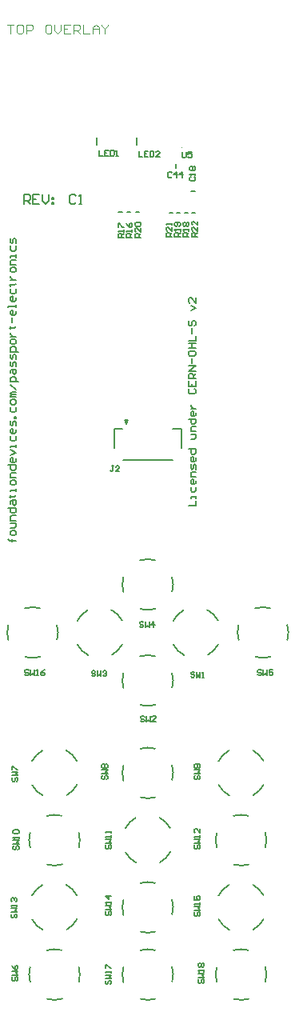
<source format=gto>
G04*
G04 #@! TF.GenerationSoftware,Altium Limited,Altium Designer,20.2.6 (244)*
G04*
G04 Layer_Color=65535*
%FSLAX25Y25*%
%MOIN*%
G70*
G04*
G04 #@! TF.SameCoordinates,D103880D-7D63-4280-A8AA-78B1B6904BBD*
G04*
G04*
G04 #@! TF.FilePolarity,Positive*
G04*
G01*
G75*
%ADD10C,0.00591*%
%ADD11C,0.00394*%
%ADD12C,0.00787*%
G36*
X515547Y623262D02*
X516236Y624935D01*
X514858D01*
X515547Y623262D01*
D02*
G37*
D10*
X560289Y383755D02*
G03*
X566493Y383807I3017J10147D01*
G01*
X553158Y396919D02*
G03*
X553211Y390714I10147J-3017D01*
G01*
X566322Y404050D02*
G03*
X560118Y403997I-3017J-10147D01*
G01*
X573453Y390885D02*
G03*
X573400Y397090I-10147J3017D01*
G01*
X539363Y545711D02*
G03*
X535013Y541286I5042J-9308D01*
G01*
X553714Y541444D02*
G03*
X549290Y545795I-9308J-5042D01*
G01*
X549448Y527094D02*
G03*
X553798Y531518I-5042J9308D01*
G01*
X535097Y531360D02*
G03*
X539522Y527010I9308J5042D01*
G01*
X527422Y526550D02*
G03*
X521218Y526497I-3017J-10147D01*
G01*
X534553Y513385D02*
G03*
X534501Y519590I-10147J3017D01*
G01*
X521389Y506255D02*
G03*
X527593Y506307I3017J10147D01*
G01*
X514258Y519419D02*
G03*
X514311Y513214I10147J-3017D01*
G01*
X499364Y545711D02*
G03*
X495013Y541286I5042J-9308D01*
G01*
X513714Y541444D02*
G03*
X509290Y545795I-9308J-5042D01*
G01*
X509448Y527094D02*
G03*
X513798Y531518I-5042J9308D01*
G01*
X495097Y531360D02*
G03*
X499521Y527010I9308J5042D01*
G01*
X534553Y553385D02*
G03*
X534501Y559590I-10147J3017D01*
G01*
X521389Y546255D02*
G03*
X527593Y546307I3017J10147D01*
G01*
X514258Y559419D02*
G03*
X514311Y553214I10147J-3017D01*
G01*
X527422Y566550D02*
G03*
X521218Y566497I-3017J-10147D01*
G01*
X575454Y546550D02*
G03*
X569249Y546497I-3017J-10147D01*
G01*
X582584Y533386D02*
G03*
X582532Y539590I-10147J3017D01*
G01*
X569420Y526255D02*
G03*
X575625Y526307I3017J10147D01*
G01*
X562290Y539419D02*
G03*
X562342Y533214I10147J-3017D01*
G01*
X482489Y383755D02*
G03*
X488693Y383807I3017J10147D01*
G01*
X475358Y396919D02*
G03*
X475411Y390714I10147J-3017D01*
G01*
X488522Y404050D02*
G03*
X482318Y403997I-3017J-10147D01*
G01*
X495653Y390885D02*
G03*
X495601Y397090I-10147J3017D01*
G01*
X480464Y487211D02*
G03*
X476113Y482786I5042J-9308D01*
G01*
X494814Y482944D02*
G03*
X490390Y487295I-9308J-5042D01*
G01*
X490548Y468594D02*
G03*
X494898Y473018I-5042J9308D01*
G01*
X476197Y472860D02*
G03*
X480621Y468510I9308J5042D01*
G01*
X527422Y488050D02*
G03*
X521218Y487997I-3017J-10147D01*
G01*
X534553Y474886D02*
G03*
X534501Y481090I-10147J3017D01*
G01*
X521389Y467755D02*
G03*
X527593Y467807I3017J10147D01*
G01*
X514258Y480919D02*
G03*
X514311Y474714I10147J-3017D01*
G01*
X572614Y482944D02*
G03*
X568190Y487295I-9308J-5042D01*
G01*
X568348Y468594D02*
G03*
X572698Y473018I-5042J9308D01*
G01*
X553997Y472860D02*
G03*
X558422Y468510I9308J5042D01*
G01*
X558263Y487211D02*
G03*
X553913Y482786I5042J-9308D01*
G01*
X488522Y460050D02*
G03*
X482318Y459997I-3017J-10147D01*
G01*
X495653Y446885D02*
G03*
X495601Y453090I-10147J3017D01*
G01*
X482489Y439755D02*
G03*
X488693Y439807I3017J10147D01*
G01*
X475358Y452919D02*
G03*
X475411Y446714I10147J-3017D01*
G01*
X519363Y459211D02*
G03*
X515013Y454786I5042J-9308D01*
G01*
X533714Y454944D02*
G03*
X529290Y459295I-9308J-5042D01*
G01*
X529448Y440594D02*
G03*
X533798Y445018I-5042J9308D01*
G01*
X515097Y444860D02*
G03*
X519522Y440510I9308J5042D01*
G01*
X566322Y460050D02*
G03*
X560118Y459997I-3017J-10147D01*
G01*
X573453Y446885D02*
G03*
X573400Y453090I-10147J3017D01*
G01*
X560289Y439755D02*
G03*
X566493Y439807I3017J10147D01*
G01*
X553158Y452919D02*
G03*
X553211Y446714I10147J-3017D01*
G01*
X494814Y426944D02*
G03*
X490390Y431295I-9308J-5042D01*
G01*
X490548Y412594D02*
G03*
X494898Y417018I-5042J9308D01*
G01*
X476197Y416860D02*
G03*
X480621Y412510I9308J5042D01*
G01*
X480464Y431211D02*
G03*
X476113Y426786I5042J-9308D01*
G01*
X521389Y411755D02*
G03*
X527593Y411807I3017J10147D01*
G01*
X514258Y424919D02*
G03*
X514311Y418714I10147J-3017D01*
G01*
X527422Y432050D02*
G03*
X521218Y431997I-3017J-10147D01*
G01*
X534553Y418886D02*
G03*
X534501Y425090I-10147J3017D01*
G01*
X572614Y426944D02*
G03*
X568190Y431295I-9308J-5042D01*
G01*
X568348Y412594D02*
G03*
X572698Y417018I-5042J9308D01*
G01*
X553997Y416860D02*
G03*
X558422Y412510I9308J5042D01*
G01*
X558263Y431211D02*
G03*
X553913Y426786I5042J-9308D01*
G01*
X479422Y546550D02*
G03*
X473218Y546497I-3017J-10147D01*
G01*
X486553Y533386D02*
G03*
X486501Y539590I-10147J3017D01*
G01*
X473389Y526255D02*
G03*
X479593Y526307I3017J10147D01*
G01*
X466258Y539419D02*
G03*
X466311Y533214I10147J-3017D01*
G01*
X527422Y404050D02*
G03*
X521218Y403997I-3017J-10147D01*
G01*
X514258Y396919D02*
G03*
X514311Y390714I10147J-3017D01*
G01*
X521389Y383755D02*
G03*
X527593Y383807I3017J10147D01*
G01*
X534553Y390885D02*
G03*
X534501Y397090I-10147J3017D01*
G01*
X510342Y613420D02*
Y621392D01*
X513906D01*
X514169Y608203D02*
X534642D01*
X515547Y623262D02*
X516236Y624935D01*
X514957D02*
X516236D01*
X514957D02*
X515547Y623262D01*
X538470Y613420D02*
Y621392D01*
X534906D02*
X538470D01*
X542614Y720183D02*
X543992D01*
X503181Y739479D02*
Y742479D01*
X519681Y739479D02*
Y742479D01*
X515843Y711522D02*
X517220D01*
X512299D02*
X513677D01*
X539650Y711446D02*
X541028D01*
X536500D02*
X537878D01*
X519386Y711522D02*
X520764D01*
X533350Y711446D02*
X534728D01*
X542799D02*
X544177D01*
X536138Y730124D02*
Y731502D01*
X541324Y589216D02*
X544473D01*
Y591315D01*
Y592364D02*
Y593414D01*
Y592889D01*
X542373D01*
Y592364D01*
Y597087D02*
Y595513D01*
X542898Y594988D01*
X543948D01*
X544473Y595513D01*
Y597087D01*
Y599711D02*
Y598661D01*
X543948Y598137D01*
X542898D01*
X542373Y598661D01*
Y599711D01*
X542898Y600236D01*
X543423D01*
Y598137D01*
X544473Y601285D02*
X542373D01*
Y602859D01*
X542898Y603384D01*
X544473D01*
Y604434D02*
Y606008D01*
X543948Y606533D01*
X543423Y606008D01*
Y604958D01*
X542898Y604434D01*
X542373Y604958D01*
Y606533D01*
X544473Y609157D02*
Y608107D01*
X543948Y607582D01*
X542898D01*
X542373Y608107D01*
Y609157D01*
X542898Y609681D01*
X543423D01*
Y607582D01*
X541324Y612830D02*
X544473D01*
Y611256D01*
X543948Y610731D01*
X542898D01*
X542373Y611256D01*
Y612830D01*
Y617028D02*
X543948D01*
X544473Y617553D01*
Y619127D01*
X542373D01*
X544473Y620177D02*
X542373D01*
Y621751D01*
X542898Y622276D01*
X544473D01*
X541324Y625424D02*
X544473D01*
Y623850D01*
X543948Y623325D01*
X542898D01*
X542373Y623850D01*
Y625424D01*
X544473Y628048D02*
Y626999D01*
X543948Y626474D01*
X542898D01*
X542373Y626999D01*
Y628048D01*
X542898Y628573D01*
X543423D01*
Y626474D01*
X542373Y629622D02*
X544473D01*
X543423D01*
X542898Y630147D01*
X542373Y630672D01*
Y631197D01*
X541849Y638019D02*
X541324Y637494D01*
Y636444D01*
X541849Y635920D01*
X543948D01*
X544473Y636444D01*
Y637494D01*
X543948Y638019D01*
X541324Y641167D02*
Y639068D01*
X544473D01*
Y641167D01*
X542898Y639068D02*
Y640118D01*
X544473Y642217D02*
X541324D01*
Y643791D01*
X541849Y644316D01*
X542898D01*
X543423Y643791D01*
Y642217D01*
Y643266D02*
X544473Y644316D01*
Y645365D02*
X541324D01*
X544473Y647464D01*
X541324D01*
X542898Y648514D02*
Y650613D01*
X541324Y653237D02*
Y652187D01*
X541849Y651662D01*
X543948D01*
X544473Y652187D01*
Y653237D01*
X543948Y653762D01*
X541849D01*
X541324Y653237D01*
Y654811D02*
X544473D01*
X542898D01*
Y656910D01*
X541324D01*
X544473D01*
X541324Y657960D02*
X544473D01*
Y660059D01*
X542898Y661108D02*
Y663207D01*
X541849Y666356D02*
X541324Y665831D01*
Y664782D01*
X541849Y664257D01*
X542373D01*
X542898Y664782D01*
Y665831D01*
X543423Y666356D01*
X543948D01*
X544473Y665831D01*
Y664782D01*
X543948Y664257D01*
X542373Y670554D02*
X544473Y671604D01*
X542373Y672653D01*
X544473Y675802D02*
Y673703D01*
X542373Y675802D01*
X541849D01*
X541324Y675277D01*
Y674227D01*
X541849Y673703D01*
X469309Y574720D02*
X466685D01*
X467734D01*
Y574196D01*
Y575245D01*
Y574720D01*
X466685D01*
X466160Y575245D01*
X469309Y577344D02*
Y578394D01*
X468784Y578919D01*
X467734D01*
X467210Y578394D01*
Y577344D01*
X467734Y576820D01*
X468784D01*
X469309Y577344D01*
X467210Y579968D02*
X468784D01*
X469309Y580493D01*
Y582067D01*
X467210D01*
X469309Y583117D02*
X467210D01*
Y584691D01*
X467734Y585216D01*
X469309D01*
X466160Y588364D02*
X469309D01*
Y586790D01*
X468784Y586265D01*
X467734D01*
X467210Y586790D01*
Y588364D01*
Y589939D02*
Y590988D01*
X467734Y591513D01*
X469309D01*
Y589939D01*
X468784Y589414D01*
X468259Y589939D01*
Y591513D01*
X466685Y593087D02*
X467210D01*
Y592562D01*
Y593612D01*
Y593087D01*
X468784D01*
X469309Y593612D01*
Y595186D02*
Y596236D01*
Y595711D01*
X467210D01*
Y595186D01*
X469309Y598335D02*
Y599384D01*
X468784Y599909D01*
X467734D01*
X467210Y599384D01*
Y598335D01*
X467734Y597810D01*
X468784D01*
X469309Y598335D01*
Y600959D02*
X467210D01*
Y602533D01*
X467734Y603058D01*
X469309D01*
X466160Y606206D02*
X469309D01*
Y604632D01*
X468784Y604107D01*
X467734D01*
X467210Y604632D01*
Y606206D01*
X469309Y608830D02*
Y607781D01*
X468784Y607256D01*
X467734D01*
X467210Y607781D01*
Y608830D01*
X467734Y609355D01*
X468259D01*
Y607256D01*
X467210Y610404D02*
X469309Y611454D01*
X467210Y612503D01*
X469309Y613553D02*
Y614603D01*
Y614078D01*
X467210D01*
Y613553D01*
Y618276D02*
Y616702D01*
X467734Y616177D01*
X468784D01*
X469309Y616702D01*
Y618276D01*
Y620900D02*
Y619850D01*
X468784Y619325D01*
X467734D01*
X467210Y619850D01*
Y620900D01*
X467734Y621424D01*
X468259D01*
Y619325D01*
X469309Y622474D02*
Y624048D01*
X468784Y624573D01*
X468259Y624048D01*
Y622999D01*
X467734Y622474D01*
X467210Y622999D01*
Y624573D01*
X469309Y625623D02*
X468784D01*
Y626147D01*
X469309D01*
Y625623D01*
X467210Y630345D02*
Y628771D01*
X467734Y628246D01*
X468784D01*
X469309Y628771D01*
Y630345D01*
Y631920D02*
Y632969D01*
X468784Y633494D01*
X467734D01*
X467210Y632969D01*
Y631920D01*
X467734Y631395D01*
X468784D01*
X469309Y631920D01*
Y634544D02*
X467210D01*
Y635068D01*
X467734Y635593D01*
X469309D01*
X467734D01*
X467210Y636118D01*
X467734Y636643D01*
X469309D01*
Y637692D02*
X467210Y639791D01*
X470358Y640841D02*
X467210D01*
Y642415D01*
X467734Y642940D01*
X468784D01*
X469309Y642415D01*
Y640841D01*
X467210Y644514D02*
Y645564D01*
X467734Y646089D01*
X469309D01*
Y644514D01*
X468784Y643989D01*
X468259Y644514D01*
Y646089D01*
X469309Y647138D02*
Y648712D01*
X468784Y649237D01*
X468259Y648712D01*
Y647663D01*
X467734Y647138D01*
X467210Y647663D01*
Y649237D01*
X469309Y650287D02*
Y651861D01*
X468784Y652386D01*
X468259Y651861D01*
Y650811D01*
X467734Y650287D01*
X467210Y650811D01*
Y652386D01*
X470358Y653435D02*
X467210D01*
Y655010D01*
X467734Y655534D01*
X468784D01*
X469309Y655010D01*
Y653435D01*
Y657109D02*
Y658158D01*
X468784Y658683D01*
X467734D01*
X467210Y658158D01*
Y657109D01*
X467734Y656584D01*
X468784D01*
X469309Y657109D01*
X467210Y659732D02*
X469309D01*
X468259D01*
X467734Y660257D01*
X467210Y660782D01*
Y661307D01*
X466685Y663406D02*
X467210D01*
Y662881D01*
Y663931D01*
Y663406D01*
X468784D01*
X469309Y663931D01*
X467734Y665505D02*
Y667604D01*
X469309Y670228D02*
Y669178D01*
X468784Y668653D01*
X467734D01*
X467210Y669178D01*
Y670228D01*
X467734Y670752D01*
X468259D01*
Y668653D01*
X469309Y671802D02*
Y672852D01*
Y672327D01*
X466160D01*
Y671802D01*
X469309Y676000D02*
Y674951D01*
X468784Y674426D01*
X467734D01*
X467210Y674951D01*
Y676000D01*
X467734Y676525D01*
X468259D01*
Y674426D01*
X467210Y679673D02*
Y678099D01*
X467734Y677574D01*
X468784D01*
X469309Y678099D01*
Y679673D01*
X466685Y681248D02*
X467210D01*
Y680723D01*
Y681773D01*
Y681248D01*
X468784D01*
X469309Y681773D01*
X467210Y683347D02*
X469309D01*
X468259D01*
X467734Y683872D01*
X467210Y684396D01*
Y684921D01*
X469309Y687020D02*
Y688070D01*
X468784Y688594D01*
X467734D01*
X467210Y688070D01*
Y687020D01*
X467734Y686495D01*
X468784D01*
X469309Y687020D01*
Y689644D02*
X467210D01*
Y691218D01*
X467734Y691743D01*
X469309D01*
Y692793D02*
Y693842D01*
Y693317D01*
X467210D01*
Y692793D01*
Y697515D02*
Y695941D01*
X467734Y695416D01*
X468784D01*
X469309Y695941D01*
Y697515D01*
Y698565D02*
Y700139D01*
X468784Y700664D01*
X468259Y700139D01*
Y699090D01*
X467734Y698565D01*
X467210Y699090D01*
Y700664D01*
X545851Y391958D02*
X545457Y391565D01*
Y390777D01*
X545851Y390384D01*
X546244D01*
X546638Y390777D01*
Y391565D01*
X547031Y391958D01*
X547425D01*
X547819Y391565D01*
Y390777D01*
X547425Y390384D01*
X545457Y392745D02*
X547819D01*
X547031Y393532D01*
X547819Y394320D01*
X545457D01*
X547819Y395107D02*
Y395894D01*
Y395500D01*
X545457D01*
X545851Y395107D01*
Y397075D02*
X545457Y397468D01*
Y398255D01*
X545851Y398649D01*
X546244D01*
X546638Y398255D01*
X547031Y398649D01*
X547425D01*
X547819Y398255D01*
Y397468D01*
X547425Y397075D01*
X547031D01*
X546638Y397468D01*
X546244Y397075D01*
X545851D01*
X546638Y397468D02*
Y398255D01*
X507169Y391396D02*
X506775Y391003D01*
Y390216D01*
X507169Y389822D01*
X507562D01*
X507956Y390216D01*
Y391003D01*
X508349Y391396D01*
X508743D01*
X509137Y391003D01*
Y390216D01*
X508743Y389822D01*
X506775Y392183D02*
X509137D01*
X508349Y392971D01*
X509137Y393758D01*
X506775D01*
X509137Y394545D02*
Y395332D01*
Y394938D01*
X506775D01*
X507169Y394545D01*
X506775Y396513D02*
Y398087D01*
X507169D01*
X508743Y396513D01*
X509137D01*
X474788Y520501D02*
X474395Y520894D01*
X473607D01*
X473214Y520501D01*
Y520107D01*
X473607Y519713D01*
X474395D01*
X474788Y519320D01*
Y518926D01*
X474395Y518533D01*
X473607D01*
X473214Y518926D01*
X475575Y520894D02*
Y518533D01*
X476363Y519320D01*
X477150Y518533D01*
Y520894D01*
X477937Y518533D02*
X478724D01*
X478330D01*
Y520894D01*
X477937Y520501D01*
X481479Y520894D02*
X480692Y520501D01*
X479905Y519713D01*
Y518926D01*
X480298Y518533D01*
X481085D01*
X481479Y518926D01*
Y519320D01*
X481085Y519713D01*
X479905D01*
X544276Y419911D02*
X543882Y419517D01*
Y418730D01*
X544276Y418337D01*
X544669D01*
X545063Y418730D01*
Y419517D01*
X545457Y419911D01*
X545850D01*
X546244Y419517D01*
Y418730D01*
X545850Y418337D01*
X543882Y420698D02*
X546244D01*
X545457Y421485D01*
X546244Y422272D01*
X543882D01*
X546244Y423060D02*
Y423847D01*
Y423453D01*
X543882D01*
X544276Y423060D01*
X543882Y426602D02*
Y425028D01*
X545063D01*
X544669Y425815D01*
Y426208D01*
X545063Y426602D01*
X545850D01*
X546244Y426208D01*
Y425421D01*
X545850Y425028D01*
X507268Y420305D02*
X506874Y419911D01*
Y419124D01*
X507268Y418730D01*
X507662D01*
X508055Y419124D01*
Y419911D01*
X508449Y420305D01*
X508842D01*
X509236Y419911D01*
Y419124D01*
X508842Y418730D01*
X506874Y421092D02*
X509236D01*
X508449Y421879D01*
X509236Y422666D01*
X506874D01*
X509236Y423453D02*
Y424240D01*
Y423847D01*
X506874D01*
X507268Y423453D01*
X509236Y426602D02*
X506874D01*
X508055Y425421D01*
Y426995D01*
X467898Y419124D02*
X467504Y418730D01*
Y417943D01*
X467898Y417549D01*
X468292D01*
X468685Y417943D01*
Y418730D01*
X469079Y419124D01*
X469472D01*
X469866Y418730D01*
Y417943D01*
X469472Y417549D01*
X467504Y419911D02*
X469866D01*
X469079Y420698D01*
X469866Y421485D01*
X467504D01*
X469866Y422272D02*
Y423059D01*
Y422666D01*
X467504D01*
X467898Y422272D01*
Y424240D02*
X467504Y424634D01*
Y425421D01*
X467898Y425814D01*
X468292D01*
X468685Y425421D01*
Y425027D01*
Y425421D01*
X469079Y425814D01*
X469472D01*
X469866Y425421D01*
Y424634D01*
X469472Y424240D01*
X544276Y447864D02*
X543882Y447470D01*
Y446683D01*
X544276Y446289D01*
X544669D01*
X545063Y446683D01*
Y447470D01*
X545457Y447864D01*
X545850D01*
X546244Y447470D01*
Y446683D01*
X545850Y446289D01*
X543882Y448651D02*
X546244D01*
X545457Y449438D01*
X546244Y450225D01*
X543882D01*
X546244Y451012D02*
Y451799D01*
Y451406D01*
X543882D01*
X544276Y451012D01*
X546244Y454555D02*
Y452980D01*
X544669Y454555D01*
X544276D01*
X543882Y454161D01*
Y453374D01*
X544276Y452980D01*
X507268Y447864D02*
X506874Y447470D01*
Y446683D01*
X507268Y446289D01*
X507662D01*
X508055Y446683D01*
Y447470D01*
X508449Y447864D01*
X508842D01*
X509236Y447470D01*
Y446683D01*
X508842Y446289D01*
X506874Y448651D02*
X509236D01*
X508449Y449438D01*
X509236Y450225D01*
X506874D01*
X509236Y451012D02*
Y451799D01*
Y451406D01*
X506874D01*
X507268Y451012D01*
X509236Y452980D02*
Y453767D01*
Y453374D01*
X506874D01*
X507268Y452980D01*
X468685Y447470D02*
X468292Y447077D01*
Y446289D01*
X468685Y445896D01*
X469079D01*
X469473Y446289D01*
Y447077D01*
X469866Y447470D01*
X470260D01*
X470653Y447077D01*
Y446289D01*
X470260Y445896D01*
X468292Y448257D02*
X470653D01*
X469866Y449044D01*
X470653Y449831D01*
X468292D01*
X470653Y450619D02*
Y451406D01*
Y451012D01*
X468292D01*
X468685Y450619D01*
Y452587D02*
X468292Y452980D01*
Y453767D01*
X468685Y454161D01*
X470260D01*
X470653Y453767D01*
Y452980D01*
X470260Y452587D01*
X468685D01*
X544276Y476800D02*
X543882Y476407D01*
Y475620D01*
X544276Y475226D01*
X544669D01*
X545063Y475620D01*
Y476407D01*
X545457Y476800D01*
X545850D01*
X546244Y476407D01*
Y475620D01*
X545850Y475226D01*
X543882Y477588D02*
X546244D01*
X545457Y478375D01*
X546244Y479162D01*
X543882D01*
X545850Y479949D02*
X546244Y480343D01*
Y481130D01*
X545850Y481523D01*
X544276D01*
X543882Y481130D01*
Y480343D01*
X544276Y479949D01*
X544669D01*
X545063Y480343D01*
Y481523D01*
X505693Y476800D02*
X505300Y476407D01*
Y475620D01*
X505693Y475226D01*
X506087D01*
X506480Y475620D01*
Y476407D01*
X506874Y476800D01*
X507268D01*
X507661Y476407D01*
Y475620D01*
X507268Y475226D01*
X505300Y477588D02*
X507661D01*
X506874Y478375D01*
X507661Y479162D01*
X505300D01*
X505693Y479949D02*
X505300Y480343D01*
Y481130D01*
X505693Y481523D01*
X506087D01*
X506480Y481130D01*
X506874Y481523D01*
X507268D01*
X507661Y481130D01*
Y480343D01*
X507268Y479949D01*
X506874D01*
X506480Y480343D01*
X506087Y479949D01*
X505693D01*
X506480Y480343D02*
Y481130D01*
X468292Y476013D02*
X467898Y475620D01*
Y474832D01*
X468292Y474439D01*
X468685D01*
X469079Y474832D01*
Y475620D01*
X469472Y476013D01*
X469866D01*
X470260Y475620D01*
Y474832D01*
X469866Y474439D01*
X467898Y476800D02*
X470260D01*
X469472Y477587D01*
X470260Y478374D01*
X467898D01*
Y479162D02*
Y480736D01*
X468292D01*
X469866Y479162D01*
X470260D01*
X468292Y392942D02*
X467898Y392549D01*
Y391761D01*
X468292Y391368D01*
X468685D01*
X469079Y391761D01*
Y392549D01*
X469472Y392942D01*
X469866D01*
X470260Y392549D01*
Y391761D01*
X469866Y391368D01*
X467898Y393729D02*
X470260D01*
X469472Y394516D01*
X470260Y395304D01*
X467898D01*
Y397665D02*
X468292Y396878D01*
X469079Y396091D01*
X469866D01*
X470260Y396484D01*
Y397271D01*
X469866Y397665D01*
X469472D01*
X469079Y397271D01*
Y396091D01*
X571835Y520501D02*
X571442Y520894D01*
X570654D01*
X570261Y520501D01*
Y520107D01*
X570654Y519713D01*
X571442D01*
X571835Y519320D01*
Y518926D01*
X571442Y518533D01*
X570654D01*
X570261Y518926D01*
X572622Y520894D02*
Y518533D01*
X573410Y519320D01*
X574197Y518533D01*
Y520894D01*
X576558D02*
X574984D01*
Y519713D01*
X575771Y520107D01*
X576164D01*
X576558Y519713D01*
Y518926D01*
X576164Y518533D01*
X575377D01*
X574984Y518926D01*
X522623Y540579D02*
X522229Y540973D01*
X521442D01*
X521048Y540579D01*
Y540186D01*
X521442Y539792D01*
X522229D01*
X522623Y539398D01*
Y539005D01*
X522229Y538611D01*
X521442D01*
X521048Y539005D01*
X523410Y540973D02*
Y538611D01*
X524197Y539398D01*
X524984Y538611D01*
Y540973D01*
X526952Y538611D02*
Y540973D01*
X525771Y539792D01*
X527346D01*
X502544Y520107D02*
X502150Y520500D01*
X501363D01*
X500970Y520107D01*
Y519713D01*
X501363Y519320D01*
X502150D01*
X502544Y518926D01*
Y518533D01*
X502150Y518139D01*
X501363D01*
X500970Y518533D01*
X503331Y520500D02*
Y518139D01*
X504118Y518926D01*
X504905Y518139D01*
Y520500D01*
X505692Y520107D02*
X506086Y520500D01*
X506873D01*
X507267Y520107D01*
Y519713D01*
X506873Y519320D01*
X506480D01*
X506873D01*
X507267Y518926D01*
Y518533D01*
X506873Y518139D01*
X506086D01*
X505692Y518533D01*
X523016Y501209D02*
X522623Y501603D01*
X521836D01*
X521442Y501209D01*
Y500816D01*
X521836Y500422D01*
X522623D01*
X523016Y500028D01*
Y499635D01*
X522623Y499241D01*
X521836D01*
X521442Y499635D01*
X523803Y501603D02*
Y499241D01*
X524591Y500028D01*
X525378Y499241D01*
Y501603D01*
X527739Y499241D02*
X526165D01*
X527739Y500816D01*
Y501209D01*
X527346Y501603D01*
X526558D01*
X526165Y501209D01*
X543882Y519713D02*
X543489Y520107D01*
X542702D01*
X542308Y519713D01*
Y519319D01*
X542702Y518926D01*
X543489D01*
X543882Y518532D01*
Y518139D01*
X543489Y517745D01*
X542702D01*
X542308Y518139D01*
X544669Y520107D02*
Y517745D01*
X545457Y518532D01*
X546244Y517745D01*
Y520107D01*
X547031Y517745D02*
X547818D01*
X547425D01*
Y520107D01*
X547031Y519713D01*
X538764Y736642D02*
Y734674D01*
X539158Y734281D01*
X539945D01*
X540339Y734674D01*
Y736642D01*
X542700D02*
X541126D01*
Y735461D01*
X541913Y735855D01*
X542307D01*
X542700Y735461D01*
Y734674D01*
X542307Y734281D01*
X541519D01*
X541126Y734674D01*
X534434Y727981D02*
X534040Y728374D01*
X533253D01*
X532859Y727981D01*
Y726406D01*
X533253Y726013D01*
X534040D01*
X534434Y726406D01*
X536402Y726013D02*
Y728374D01*
X535221Y727194D01*
X536795D01*
X538763Y726013D02*
Y728374D01*
X537582Y727194D01*
X539156D01*
X545063Y701406D02*
X542701D01*
Y702587D01*
X543095Y702981D01*
X543882D01*
X544276Y702587D01*
Y701406D01*
Y702193D02*
X545063Y702981D01*
Y705342D02*
Y703768D01*
X543488Y705342D01*
X543095D01*
X542701Y704948D01*
Y704161D01*
X543095Y703768D01*
X545063Y707703D02*
Y706129D01*
X543488Y707703D01*
X543095D01*
X542701Y707310D01*
Y706523D01*
X543095Y706129D01*
X534433Y701406D02*
X532071D01*
Y702587D01*
X532465Y702981D01*
X533252D01*
X533646Y702587D01*
Y701406D01*
Y702193D02*
X534433Y702981D01*
Y705342D02*
Y703768D01*
X532858Y705342D01*
X532465D01*
X532071Y704948D01*
Y704161D01*
X532465Y703768D01*
X534433Y706129D02*
Y706916D01*
Y706523D01*
X532071D01*
X532465Y706129D01*
X521441Y701013D02*
X519079D01*
Y702193D01*
X519473Y702587D01*
X520260D01*
X520653Y702193D01*
Y701013D01*
Y701800D02*
X521441Y702587D01*
Y704948D02*
Y703374D01*
X519866Y704948D01*
X519473D01*
X519079Y704555D01*
Y703767D01*
X519473Y703374D01*
Y705735D02*
X519079Y706129D01*
Y706916D01*
X519473Y707310D01*
X521047D01*
X521441Y706916D01*
Y706129D01*
X521047Y705735D01*
X519473D01*
X537976Y701406D02*
X535615D01*
Y702587D01*
X536008Y702981D01*
X536795D01*
X537189Y702587D01*
Y701406D01*
Y702193D02*
X537976Y702981D01*
Y703768D02*
Y704555D01*
Y704161D01*
X535615D01*
X536008Y703768D01*
X537582Y705735D02*
X537976Y706129D01*
Y706916D01*
X537582Y707310D01*
X536008D01*
X535615Y706916D01*
Y706129D01*
X536008Y705735D01*
X536402D01*
X536795Y706129D01*
Y707310D01*
X541519Y701406D02*
X539158D01*
Y702587D01*
X539551Y702981D01*
X540339D01*
X540732Y702587D01*
Y701406D01*
Y702193D02*
X541519Y702981D01*
Y703768D02*
Y704555D01*
Y704161D01*
X539158D01*
X539551Y703768D01*
Y705735D02*
X539158Y706129D01*
Y706916D01*
X539551Y707310D01*
X539945D01*
X540339Y706916D01*
X540732Y707310D01*
X541126D01*
X541519Y706916D01*
Y706129D01*
X541126Y705735D01*
X540732D01*
X540339Y706129D01*
X539945Y705735D01*
X539551D01*
X540339Y706129D02*
Y706916D01*
X514354Y701013D02*
X511993D01*
Y702193D01*
X512386Y702587D01*
X513173D01*
X513567Y702193D01*
Y701013D01*
Y701800D02*
X514354Y702587D01*
Y703374D02*
Y704161D01*
Y703767D01*
X511993D01*
X512386Y703374D01*
X511993Y705342D02*
Y706916D01*
X512386D01*
X513960Y705342D01*
X514354D01*
X517897Y701013D02*
X515536D01*
Y702193D01*
X515929Y702587D01*
X516717D01*
X517110Y702193D01*
Y701013D01*
Y701800D02*
X517897Y702587D01*
Y703374D02*
Y704161D01*
Y703767D01*
X515536D01*
X515929Y703374D01*
X515536Y706916D02*
X515929Y706129D01*
X516717Y705342D01*
X517504D01*
X517897Y705735D01*
Y706523D01*
X517504Y706916D01*
X517110D01*
X516717Y706523D01*
Y705342D01*
X520655Y737036D02*
Y734674D01*
X522229D01*
X524591Y737036D02*
X523016D01*
Y734674D01*
X524591D01*
X523016Y735855D02*
X523804D01*
X525378Y737036D02*
Y734674D01*
X526559D01*
X526952Y735068D01*
Y736642D01*
X526559Y737036D01*
X525378D01*
X529314Y734674D02*
X527739D01*
X529314Y736249D01*
Y736642D01*
X528920Y737036D01*
X528133D01*
X527739Y736642D01*
X504119Y737430D02*
Y735068D01*
X505694D01*
X508055Y737430D02*
X506481D01*
Y735068D01*
X508055D01*
X506481Y736249D02*
X507268D01*
X508842Y737430D02*
Y735068D01*
X510023D01*
X510417Y735462D01*
Y737036D01*
X510023Y737430D01*
X508842D01*
X511204Y735068D02*
X511991D01*
X511597D01*
Y737430D01*
X511204Y737036D01*
X510229Y605836D02*
X509442D01*
X509836D01*
Y603868D01*
X509442Y603475D01*
X509049D01*
X508655Y603868D01*
X512591Y603475D02*
X511016D01*
X512591Y605049D01*
Y605443D01*
X512197Y605836D01*
X511410D01*
X511016Y605443D01*
X542307Y726210D02*
X541914Y725816D01*
Y725029D01*
X542307Y724636D01*
X543882D01*
X544275Y725029D01*
Y725816D01*
X543882Y726210D01*
X544275Y726997D02*
Y727784D01*
Y727391D01*
X541914D01*
X542307Y726997D01*
Y728965D02*
X541914Y729358D01*
Y730146D01*
X542307Y730539D01*
X542701D01*
X543094Y730146D01*
X543488Y730539D01*
X543882D01*
X544275Y730146D01*
Y729358D01*
X543882Y728965D01*
X543488D01*
X543094Y729358D01*
X542701Y728965D01*
X542307D01*
X543094Y729358D02*
Y730146D01*
D11*
X538602Y738502D02*
G03*
X538602Y738502I-197J0D01*
G01*
X465929Y789791D02*
X468553D01*
X467241D01*
Y785856D01*
X471833Y789791D02*
X470521D01*
X469865Y789136D01*
Y786512D01*
X470521Y785856D01*
X471833D01*
X472489Y786512D01*
Y789136D01*
X471833Y789791D01*
X473801Y785856D02*
Y789791D01*
X475769D01*
X476425Y789136D01*
Y787824D01*
X475769Y787168D01*
X473801D01*
X483640Y789791D02*
X482328D01*
X481672Y789136D01*
Y786512D01*
X482328Y785856D01*
X483640D01*
X484296Y786512D01*
Y789136D01*
X483640Y789791D01*
X485608D02*
Y787168D01*
X486920Y785856D01*
X488232Y787168D01*
Y789791D01*
X492167D02*
X489544D01*
Y785856D01*
X492167D01*
X489544Y787824D02*
X490856D01*
X493479Y785856D02*
Y789791D01*
X495447D01*
X496103Y789136D01*
Y787824D01*
X495447Y787168D01*
X493479D01*
X494791D02*
X496103Y785856D01*
X497415Y789791D02*
Y785856D01*
X500039D01*
X501351D02*
Y788480D01*
X502663Y789791D01*
X503975Y788480D01*
Y785856D01*
Y787824D01*
X501351D01*
X505287Y789791D02*
Y789136D01*
X506599Y787824D01*
X507910Y789136D01*
Y789791D01*
X506599Y787824D02*
Y785856D01*
D12*
X472692Y714989D02*
Y718925D01*
X474659D01*
X475315Y718269D01*
Y716957D01*
X474659Y716301D01*
X472692D01*
X474004D02*
X475315Y714989D01*
X479251Y718925D02*
X476627D01*
Y714989D01*
X479251D01*
X476627Y716957D02*
X477939D01*
X480563Y718925D02*
Y716301D01*
X481875Y714989D01*
X483187Y716301D01*
Y718925D01*
X484499Y717613D02*
X485155D01*
Y716957D01*
X484499D01*
Y717613D01*
Y715645D02*
X485155D01*
Y714989D01*
X484499D01*
Y715645D01*
X494338Y718269D02*
X493682Y718925D01*
X492370D01*
X491714Y718269D01*
Y715645D01*
X492370Y714989D01*
X493682D01*
X494338Y715645D01*
X495650Y714989D02*
X496962D01*
X496306D01*
Y718925D01*
X495650Y718269D01*
M02*

</source>
